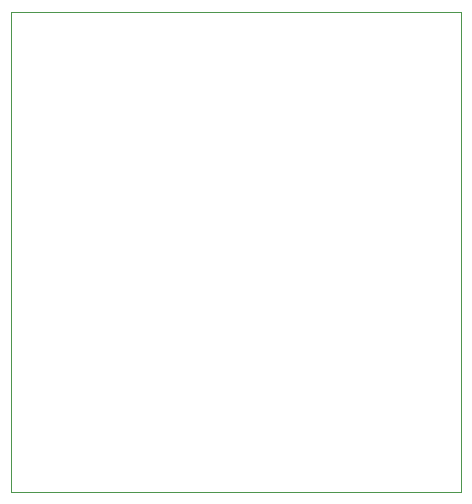
<source format=gko>
G75*
%MOIN*%
%OFA0B0*%
%FSLAX25Y25*%
%IPPOS*%
%LPD*%
%AMOC8*
5,1,8,0,0,1.08239X$1,22.5*
%
%ADD10C,0.00000*%
D10*
X0007738Y0015337D02*
X0157738Y0015337D01*
X0157738Y0175337D01*
X0007738Y0175337D01*
X0007738Y0015337D01*
M02*

</source>
